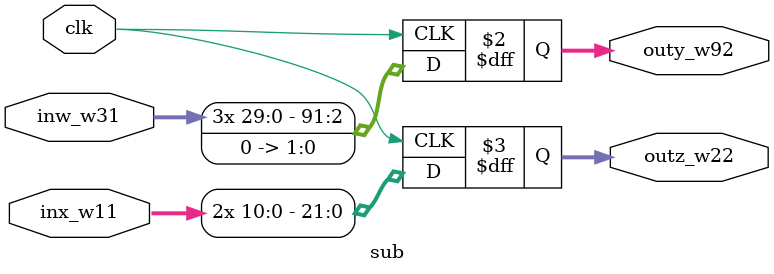
<source format=v>

module t (/*AUTOARG*/
   // Outputs
   outc_w30, outd_w73,
   // Inputs
   clk, ina_w1, inb_w61
   );

   input clk;

   input         ina_w1;
   input  [60:0] inb_w61;
   output [29:0] outc_w30;
   output [72:0] outd_w73;

   sub sub (
	    // Outputs
	    .outy_w92	(outc_w30),	// .large => (small)
	    .outz_w22	(outd_w73),	// .small => (large)
	    // Inputs
	    .clk	(clk),
	    .inw_w31	(ina_w1),	// .large <= (small)
	    .inx_w11	(inb_w61)	// .small <= (large)
	    );

endmodule

module sub (/*AUTOARG*/
   // Outputs
   outy_w92, outz_w22,
   // Inputs
   clk, inw_w31, inx_w11
   );

   input 	clk;
   input [30:0]	inw_w31;
   input [10:0]	inx_w11;
   output reg [91:0] outy_w92  /*verilator public*/;
   output reg [21:0] outz_w22  /*verilator public*/;

   always @(posedge clk) begin
      outy_w92 <= {inw_w31[29:0],inw_w31[29:0],inw_w31[29:0],2'b00};
      outz_w22 <= {inx_w11[10:0],inx_w11[10:0]};
   end

endmodule // regfile

</source>
